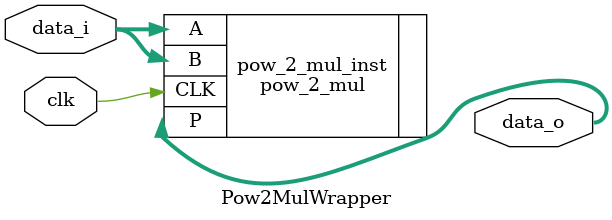
<source format=v>
`timescale 1ns / 1ps


module Pow2MulWrapper(
    input [7:0] data_i,
    output [15:0] data_o,
    input clk
    );
    
    pow_2_mul pow_2_mul_inst (
      .CLK(clk),  // input wire CLK
      .A(data_i),      // input wire [7 : 0] A
      .B(data_i),      // input wire [7 : 0] B
      .P(data_o)      // output wire [15 : 0] P
    );
endmodule

</source>
